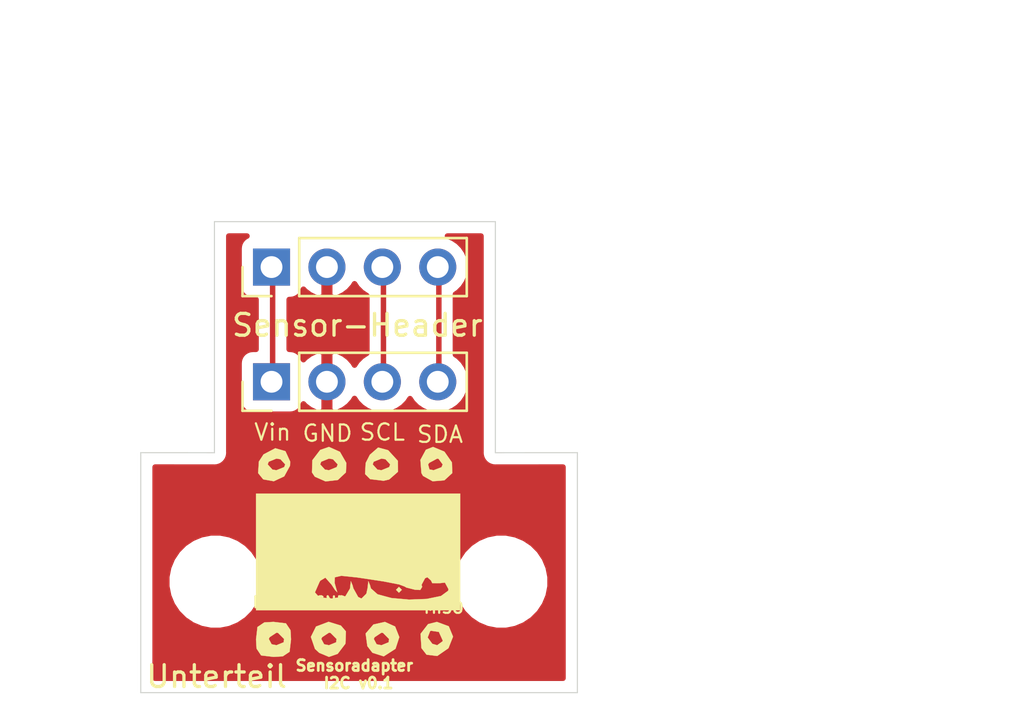
<source format=kicad_pcb>
(kicad_pcb (version 20171130) (host pcbnew "(5.1.8)-1")

  (general
    (thickness 1.6)
    (drawings 18)
    (tracks 6)
    (zones 0)
    (modules 5)
    (nets 5)
  )

  (page A4)
  (layers
    (0 F.Cu signal)
    (31 B.Cu signal)
    (32 B.Adhes user)
    (33 F.Adhes user)
    (34 B.Paste user)
    (35 F.Paste user)
    (36 B.SilkS user)
    (37 F.SilkS user)
    (38 B.Mask user)
    (39 F.Mask user)
    (40 Dwgs.User user)
    (41 Cmts.User user)
    (42 Eco1.User user)
    (43 Eco2.User user hide)
    (44 Edge.Cuts user)
    (45 Margin user)
    (46 B.CrtYd user)
    (47 F.CrtYd user)
    (48 B.Fab user)
    (49 F.Fab user)
  )

  (setup
    (last_trace_width 0.25)
    (trace_clearance 0.2)
    (zone_clearance 0.508)
    (zone_45_only no)
    (trace_min 0.2)
    (via_size 0.8)
    (via_drill 0.4)
    (via_min_size 0.4)
    (via_min_drill 0.3)
    (uvia_size 0.3)
    (uvia_drill 0.1)
    (uvias_allowed no)
    (uvia_min_size 0.2)
    (uvia_min_drill 0.1)
    (edge_width 0.05)
    (segment_width 0.2)
    (pcb_text_width 0.3)
    (pcb_text_size 1.5 1.5)
    (mod_edge_width 0.12)
    (mod_text_size 1 1)
    (mod_text_width 0.15)
    (pad_size 3.2 3.2)
    (pad_drill 3.2)
    (pad_to_mask_clearance 0.051)
    (solder_mask_min_width 0.25)
    (aux_axis_origin 0 0)
    (visible_elements 7FFFFFFF)
    (pcbplotparams
      (layerselection 0x010fc_ffffffff)
      (usegerberextensions false)
      (usegerberattributes false)
      (usegerberadvancedattributes false)
      (creategerberjobfile false)
      (excludeedgelayer true)
      (linewidth 0.100000)
      (plotframeref false)
      (viasonmask false)
      (mode 1)
      (useauxorigin false)
      (hpglpennumber 1)
      (hpglpenspeed 20)
      (hpglpendiameter 15.000000)
      (psnegative false)
      (psa4output false)
      (plotreference true)
      (plotvalue true)
      (plotinvisibletext false)
      (padsonsilk false)
      (subtractmaskfromsilk false)
      (outputformat 1)
      (mirror false)
      (drillshape 0)
      (scaleselection 1)
      (outputdirectory "Gerber_u/"))
  )

  (net 0 "")
  (net 1 GND)
  (net 2 Vin)
  (net 3 SDA)
  (net 4 SCL)

  (net_class Default "Dies ist die voreingestellte Netzklasse."
    (clearance 0.2)
    (trace_width 0.25)
    (via_dia 0.8)
    (via_drill 0.4)
    (uvia_dia 0.3)
    (uvia_drill 0.1)
    (add_net GND)
    (add_net SCL)
    (add_net SDA)
    (add_net Vin)
  )

  (module "Logo Attno.de:Logo_druck" (layer F.Cu) (tedit 0) (tstamp 5FB546B9)
    (at 70.0786 81.6356)
    (fp_text reference G*** (at 0 0) (layer F.SilkS) hide
      (effects (font (size 1.524 1.524) (thickness 0.3)))
    )
    (fp_text value LOGO (at 0.75 0) (layer F.SilkS) hide
      (effects (font (size 1.524 1.524) (thickness 0.3)))
    )
    (fp_poly (pts (xy -3.175028 3.274671) (xy -2.965626 3.587178) (xy -2.941053 4.010526) (xy -3.007304 4.578657)
      (xy -3.319811 4.788059) (xy -3.743158 4.812632) (xy -4.311289 4.746381) (xy -4.520691 4.433874)
      (xy -4.545264 4.010526) (xy -4.542926 3.990474) (xy -3.959281 3.990474) (xy -3.830217 4.234271)
      (xy -3.609474 4.277895) (xy -3.276715 4.142232) (xy -3.259667 3.990474) (xy -3.535693 3.714239)
      (xy -3.609474 3.703053) (xy -3.922973 3.911204) (xy -3.959281 3.990474) (xy -4.542926 3.990474)
      (xy -4.479013 3.442395) (xy -4.166506 3.232994) (xy -3.743158 3.208421) (xy -3.175028 3.274671)) (layer F.SilkS) (width 0.01))
    (fp_poly (pts (xy -0.654718 3.377959) (xy -0.425046 3.643362) (xy -0.445336 4.206313) (xy -0.802298 4.673505)
      (xy -1.203158 4.812632) (xy -1.650245 4.625796) (xy -1.843455 4.445467) (xy -1.999823 3.990474)
      (xy -1.552965 3.990474) (xy -1.423901 4.234271) (xy -1.203158 4.277895) (xy -0.870399 4.142232)
      (xy -0.853351 3.990474) (xy -1.129378 3.714239) (xy -1.203158 3.703053) (xy -1.516657 3.911204)
      (xy -1.552965 3.990474) (xy -1.999823 3.990474) (xy -2.031887 3.897179) (xy -1.795855 3.42208)
      (xy -1.233012 3.208837) (xy -1.203158 3.208421) (xy -0.654718 3.377959)) (layer F.SilkS) (width 0.01))
    (fp_poly (pts (xy 1.830489 3.420844) (xy 2.023085 3.906185) (xy 1.850749 4.436547) (xy 1.843454 4.445467)
      (xy 1.308609 4.788602) (xy 0.789363 4.623462) (xy 0.556657 4.318854) (xy 0.512481 3.990474)
      (xy 0.85335 3.990474) (xy 0.982414 4.234271) (xy 1.203157 4.277895) (xy 1.535916 4.142232)
      (xy 1.552964 3.990474) (xy 1.276938 3.714239) (xy 1.203157 3.703053) (xy 0.889659 3.911204)
      (xy 0.85335 3.990474) (xy 0.512481 3.990474) (xy 0.479001 3.74161) (xy 0.834794 3.328056)
      (xy 1.36171 3.208421) (xy 1.830489 3.420844)) (layer F.SilkS) (width 0.01))
    (fp_poly (pts (xy 4.289104 3.40888) (xy 4.485854 3.883973) (xy 4.275068 4.414984) (xy 3.760298 4.770967)
      (xy 3.272011 4.712338) (xy 3.03774 4.411579) (xy 3.005955 3.923658) (xy 3.321753 3.923658)
      (xy 3.535729 4.214069) (xy 3.758937 4.277895) (xy 4.005698 4.098505) (xy 4.010526 4.055088)
      (xy 3.836112 3.667614) (xy 3.47406 3.613807) (xy 3.434135 3.635217) (xy 3.321753 3.923658)
      (xy 3.005955 3.923658) (xy 2.995131 3.757507) (xy 3.340792 3.309889) (xy 3.743157 3.208421)
      (xy 4.289104 3.40888)) (layer F.SilkS) (width 0.01))
    (fp_poly (pts (xy 4.812631 2.673684) (xy -4.545264 2.673684) (xy -4.545264 1.85671) (xy -1.84514 1.85671)
      (xy -1.640977 2.086836) (xy -1.069474 2.138947) (xy -0.449193 2.032284) (xy -0.236914 1.678869)
      (xy -0.236354 1.671053) (xy -0.199008 1.341536) (xy -0.120086 1.531401) (xy -0.083065 1.671053)
      (xy 0.137174 2.067551) (xy 0.286972 2.138947) (xy 0.512231 1.91694) (xy 0.565751 1.671053)
      (xy 0.603097 1.341536) (xy 0.682019 1.531401) (xy 0.71904 1.671053) (xy 1.023883 1.942669)
      (xy 1.661629 2.1152) (xy 2.468428 2.186887) (xy 3.280431 2.155969) (xy 3.933785 2.020685)
      (xy 4.264641 1.779275) (xy 4.277894 1.709289) (xy 4.113499 1.405706) (xy 3.876842 1.43353)
      (xy 3.532945 1.431665) (xy 3.475789 1.312671) (xy 3.31091 1.162077) (xy 3.204059 1.205853)
      (xy 3.040408 1.51151) (xy 3.071649 1.599214) (xy 2.983308 1.745726) (xy 2.741799 1.73488)
      (xy 2.344973 1.633411) (xy 2.272631 1.590545) (xy 2.017938 1.492766) (xy 1.298922 1.353099)
      (xy 0.183184 1.184476) (xy 0.064366 1.16815) (xy -0.638136 1.095906) (xy -0.934809 1.164674)
      (xy -0.945218 1.415944) (xy -0.918078 1.509049) (xy -0.821817 1.851758) (xy -0.926927 1.742986)
      (xy -1.080524 1.50529) (xy -1.365887 1.180679) (xy -1.595147 1.317081) (xy -1.631354 1.371606)
      (xy -1.84514 1.85671) (xy -4.545264 1.85671) (xy -4.545264 -2.673684) (xy 4.812631 -2.673684)
      (xy 4.812631 2.673684)) (layer F.SilkS) (width 0.01))
    (fp_poly (pts (xy -3.196971 -4.616923) (xy -2.979926 -4.140395) (xy -2.989143 -3.94488) (xy -3.252289 -3.462408)
      (xy -3.731266 -3.239198) (xy -4.214277 -3.323615) (xy -4.449336 -3.611454) (xy -4.423182 -4.010526)
      (xy -4.010527 -4.010526) (xy -3.79397 -3.773323) (xy -3.609474 -3.743158) (xy -3.253669 -3.887529)
      (xy -3.208422 -4.010526) (xy -3.424979 -4.24773) (xy -3.609474 -4.277895) (xy -3.96528 -4.133524)
      (xy -4.010527 -4.010526) (xy -4.423182 -4.010526) (xy -4.414565 -4.142002) (xy -4.201504 -4.468872)
      (xy -3.662664 -4.7517) (xy -3.196971 -4.616923)) (layer F.SilkS) (width 0.01))
    (fp_poly (pts (xy -0.698937 -4.587399) (xy -0.404882 -4.076307) (xy -0.425046 -3.643362) (xy -0.795864 -3.295983)
      (xy -1.358492 -3.230802) (xy -1.850527 -3.44782) (xy -1.981271 -3.643362) (xy -1.968038 -4.010526)
      (xy -1.604211 -4.010526) (xy -1.387654 -3.773323) (xy -1.203158 -3.743158) (xy -0.847353 -3.887529)
      (xy -0.802106 -4.010526) (xy -1.018663 -4.24773) (xy -1.203158 -4.277895) (xy -1.558964 -4.133524)
      (xy -1.604211 -4.010526) (xy -1.968038 -4.010526) (xy -1.960981 -4.206313) (xy -1.604019 -4.673505)
      (xy -1.203158 -4.812632) (xy -0.698937 -4.587399)) (layer F.SilkS) (width 0.01))
    (fp_poly (pts (xy 1.497215 -4.664621) (xy 1.521708 -4.649808) (xy 1.958071 -4.173721) (xy 1.961382 -3.672715)
      (xy 1.558773 -3.320009) (xy 1.304155 -3.2608) (xy 0.68795 -3.334446) (xy 0.453572 -3.569022)
      (xy 0.476776 -4.010526) (xy 0.802105 -4.010526) (xy 1.018662 -3.773323) (xy 1.203157 -3.743158)
      (xy 1.558963 -3.887529) (xy 1.60421 -4.010526) (xy 1.387653 -4.24773) (xy 1.203157 -4.277895)
      (xy 0.847352 -4.133524) (xy 0.802105 -4.010526) (xy 0.476776 -4.010526) (xy 0.480169 -4.075083)
      (xy 0.671125 -4.452433) (xy 1.053407 -4.785038) (xy 1.497215 -4.664621)) (layer F.SilkS) (width 0.01))
    (fp_poly (pts (xy 4.089816 -4.595979) (xy 4.434735 -4.1028) (xy 4.449882 -3.612879) (xy 4.088167 -3.2809)
      (xy 3.55026 -3.237404) (xy 3.109036 -3.48305) (xy 3.03774 -3.609474) (xy 3.005379 -4.010526)
      (xy 3.342105 -4.010526) (xy 3.402717 -3.781632) (xy 3.593694 -3.743158) (xy 3.959511 -3.882751)
      (xy 4.010526 -4.010526) (xy 3.818628 -4.270242) (xy 3.758937 -4.277895) (xy 3.39683 -4.083545)
      (xy 3.342105 -4.010526) (xy 3.005379 -4.010526) (xy 2.988838 -4.215517) (xy 3.2409 -4.683255)
      (xy 3.568344 -4.812632) (xy 4.089816 -4.595979)) (layer F.SilkS) (width 0.01))
    (fp_poly (pts (xy 2.138947 1.737895) (xy 2.005263 1.871579) (xy 1.871578 1.737895) (xy 2.005263 1.60421)
      (xy 2.138947 1.737895)) (layer F.SilkS) (width 0.01))
  )

  (module MountingHole:MountingHole_3.2mm_M3_DIN965 (layer F.Cu) (tedit 56D1B4CB) (tstamp 5FB545CE)
    (at 76.776 83)
    (descr "Mounting Hole 3.2mm, no annular, M3, DIN965")
    (tags "mounting hole 3.2mm no annular m3 din965")
    (attr virtual)
    (fp_text reference REF** (at 0 -3.8) (layer F.SilkS) hide
      (effects (font (size 1 1) (thickness 0.15)))
    )
    (fp_text value MountingHole_3.2mm_M3_DIN965 (at 1.9132 9.8878) (layer F.Fab) hide
      (effects (font (size 1 1) (thickness 0.15)))
    )
    (fp_text user %R (at 0.3 0) (layer F.Fab)
      (effects (font (size 1 1) (thickness 0.15)))
    )
    (fp_circle (center 0 0) (end 2.8 0) (layer Cmts.User) (width 0.15))
    (fp_circle (center 0 0) (end 3.05 0) (layer F.CrtYd) (width 0.05))
    (pad 1 np_thru_hole circle (at 0 0) (size 3.2 3.2) (drill 3.2) (layers *.Cu *.Mask))
  )

  (module MountingHole:MountingHole_3.2mm_M3_DIN965 (layer F.Cu) (tedit 56D1B4CB) (tstamp 5FB54561)
    (at 63.6778 83)
    (descr "Mounting Hole 3.2mm, no annular, M3, DIN965")
    (tags "mounting hole 3.2mm no annular m3 din965")
    (attr virtual)
    (fp_text reference REF** (at 0 -3.8) (layer F.SilkS) hide
      (effects (font (size 1 1) (thickness 0.15)))
    )
    (fp_text value MountingHole_3.2mm_M3_DIN965 (at -1.778 11.7674) (layer F.Fab) hide
      (effects (font (size 1 1) (thickness 0.15)))
    )
    (fp_text user %R (at 0.3 0) (layer F.Fab)
      (effects (font (size 1 1) (thickness 0.15)))
    )
    (fp_circle (center 0 0) (end 2.8 0) (layer Cmts.User) (width 0.15))
    (fp_circle (center 0 0) (end 3.05 0) (layer F.CrtYd) (width 0.05))
    (pad 1 np_thru_hole circle (at 0 0) (size 3.2 3.2) (drill 3.2) (layers *.Cu *.Mask))
  )

  (module Connector_PinHeader_2.54mm:PinHeader_1x04_P2.54mm_Vertical (layer F.Cu) (tedit 59FED5CC) (tstamp 5FB4E52C)
    (at 66.2432 73.8378 90)
    (descr "Through hole straight pin header, 1x04, 2.54mm pitch, single row")
    (tags "Through hole pin header THT 1x04 2.54mm single row")
    (path /5FB4ED2F)
    (fp_text reference CON-Header1 (at 4.7244 24.2824 90) (layer F.SilkS) hide
      (effects (font (size 1 1) (thickness 0.15)))
    )
    (fp_text value Conn_01x04_Male (at 4.6228 25.4 90) (layer F.Fab)
      (effects (font (size 1 1) (thickness 0.15)))
    )
    (fp_text user %R (at -5.9436 28.9306) (layer F.Fab)
      (effects (font (size 1 1) (thickness 0.15)))
    )
    (fp_line (start -0.635 -1.27) (end 1.27 -1.27) (layer F.Fab) (width 0.1))
    (fp_line (start 1.27 -1.27) (end 1.27 8.89) (layer F.Fab) (width 0.1))
    (fp_line (start 1.27 8.89) (end -1.27 8.89) (layer F.Fab) (width 0.1))
    (fp_line (start -1.27 8.89) (end -1.27 -0.635) (layer F.Fab) (width 0.1))
    (fp_line (start -1.27 -0.635) (end -0.635 -1.27) (layer F.Fab) (width 0.1))
    (fp_line (start -1.33 8.95) (end 1.33 8.95) (layer F.SilkS) (width 0.12))
    (fp_line (start -1.33 1.27) (end -1.33 8.95) (layer F.SilkS) (width 0.12))
    (fp_line (start 1.33 1.27) (end 1.33 8.95) (layer F.SilkS) (width 0.12))
    (fp_line (start -1.33 1.27) (end 1.33 1.27) (layer F.SilkS) (width 0.12))
    (fp_line (start -1.33 0) (end -1.33 -1.33) (layer F.SilkS) (width 0.12))
    (fp_line (start -1.33 -1.33) (end 0 -1.33) (layer F.SilkS) (width 0.12))
    (fp_line (start -1.8 -1.8) (end -1.8 9.4) (layer F.CrtYd) (width 0.05))
    (fp_line (start -1.8 9.4) (end 1.8 9.4) (layer F.CrtYd) (width 0.05))
    (fp_line (start 1.8 9.4) (end 1.8 -1.8) (layer F.CrtYd) (width 0.05))
    (fp_line (start 1.8 -1.8) (end -1.8 -1.8) (layer F.CrtYd) (width 0.05))
    (pad 4 thru_hole oval (at 0 7.62 90) (size 1.7 1.7) (drill 1) (layers *.Cu *.Mask)
      (net 3 SDA))
    (pad 3 thru_hole oval (at 0 5.08 90) (size 1.7 1.7) (drill 1) (layers *.Cu *.Mask)
      (net 4 SCL))
    (pad 2 thru_hole oval (at 0 2.54 90) (size 1.7 1.7) (drill 1) (layers *.Cu *.Mask)
      (net 1 GND))
    (pad 1 thru_hole rect (at 0 0 90) (size 1.7 1.7) (drill 1) (layers *.Cu *.Mask)
      (net 2 Vin))
  )

  (module Connector_PinHeader_2.54mm:PinHeader_1x04_P2.54mm_Vertical (layer F.Cu) (tedit 59FED5CC) (tstamp 5FB4E544)
    (at 66.2432 68.58 90)
    (descr "Through hole straight pin header, 1x04, 2.54mm pitch, single row")
    (tags "Through hole pin header THT 1x04 2.54mm single row")
    (path /5FB4E4E3)
    (fp_text reference Sensor-Header (at -2.667 3.937 180) (layer F.SilkS)
      (effects (font (size 1 1) (thickness 0.15)))
    )
    (fp_text value Conn_01x04_Male (at -1.4732 27.686 90) (layer F.Fab)
      (effects (font (size 1 1) (thickness 0.15)))
    )
    (fp_line (start 1.8 -1.8) (end -1.8 -1.8) (layer F.CrtYd) (width 0.05))
    (fp_line (start 1.8 9.4) (end 1.8 -1.8) (layer F.CrtYd) (width 0.05))
    (fp_line (start -1.8 9.4) (end 1.8 9.4) (layer F.CrtYd) (width 0.05))
    (fp_line (start -1.8 -1.8) (end -1.8 9.4) (layer F.CrtYd) (width 0.05))
    (fp_line (start -1.33 -1.33) (end 0 -1.33) (layer F.SilkS) (width 0.12))
    (fp_line (start -1.33 0) (end -1.33 -1.33) (layer F.SilkS) (width 0.12))
    (fp_line (start -1.33 1.27) (end 1.33 1.27) (layer F.SilkS) (width 0.12))
    (fp_line (start 1.33 1.27) (end 1.33 8.95) (layer F.SilkS) (width 0.12))
    (fp_line (start -1.33 1.27) (end -1.33 8.95) (layer F.SilkS) (width 0.12))
    (fp_line (start -1.33 8.95) (end 1.33 8.95) (layer F.SilkS) (width 0.12))
    (fp_line (start -1.27 -0.635) (end -0.635 -1.27) (layer F.Fab) (width 0.1))
    (fp_line (start -1.27 8.89) (end -1.27 -0.635) (layer F.Fab) (width 0.1))
    (fp_line (start 1.27 8.89) (end -1.27 8.89) (layer F.Fab) (width 0.1))
    (fp_line (start 1.27 -1.27) (end 1.27 8.89) (layer F.Fab) (width 0.1))
    (fp_line (start -0.635 -1.27) (end 1.27 -1.27) (layer F.Fab) (width 0.1))
    (fp_text user %R (at -9.7028 28.6512) (layer F.Fab)
      (effects (font (size 1 1) (thickness 0.15)))
    )
    (pad 1 thru_hole rect (at 0 0 90) (size 1.7 1.7) (drill 1) (layers *.Cu *.Mask)
      (net 2 Vin))
    (pad 2 thru_hole oval (at 0 2.54 90) (size 1.7 1.7) (drill 1) (layers *.Cu *.Mask)
      (net 1 GND))
    (pad 3 thru_hole oval (at 0 5.08 90) (size 1.7 1.7) (drill 1) (layers *.Cu *.Mask)
      (net 4 SCL))
    (pad 4 thru_hole oval (at 0 7.62 90) (size 1.7 1.7) (drill 1) (layers *.Cu *.Mask)
      (net 3 SDA))
  )

  (gr_text SDA (at 73.9648 76.2508) (layer F.SilkS) (tstamp 5FB54C00)
    (effects (font (size 0.75 0.75) (thickness 0.1)))
  )
  (gr_text SCL (at 71.3232 76.1492) (layer F.SilkS) (tstamp 5FB54BFC)
    (effects (font (size 0.75 0.75) (thickness 0.1)))
  )
  (gr_text GND (at 68.8086 76.2) (layer F.SilkS)
    (effects (font (size 0.75 0.75) (thickness 0.1)))
  )
  (gr_text Vin (at 66.294 76.1492) (layer F.SilkS)
    (effects (font (size 0.75 0.75) (thickness 0.1)))
  )
  (gr_line (start 76.5048 77.089) (end 76.5048 66.4972) (layer Edge.Cuts) (width 0.05) (tstamp 5FB549E2))
  (gr_text GND (at 68.961 83.947) (layer F.SilkS) (tstamp 5FB16EDB)
    (effects (font (size 0.5 0.5) (thickness 0.1)))
  )
  (gr_text MOSI (at 66.294 83.947) (layer F.SilkS) (tstamp 5FB16EB5)
    (effects (font (size 0.5 0.5) (thickness 0.1)))
  )
  (gr_text Vin (at 63.9064 83.947) (layer F.SilkS) (tstamp 5FB21B18)
    (effects (font (size 0.5 0.5) (thickness 0.1)))
  )
  (gr_text MISO (at 74.1426 84.201) (layer F.SilkS) (tstamp 5FB21AF8)
    (effects (font (size 0.5 0.5) (thickness 0.1)))
  )
  (gr_text "Sensoradapter \nI2C v0.1" (at 70.231 87.249) (layer F.SilkS)
    (effects (font (size 0.5 0.5) (thickness 0.125)))
  )
  (gr_text Unterteil (at 63.7286 87.3506) (layer F.SilkS)
    (effects (font (size 1 1) (thickness 0.15)))
  )
  (gr_line (start 60.2488 77.0872) (end 63.627 77.089) (layer Edge.Cuts) (width 0.05))
  (gr_line (start 80.264 77.0872) (end 76.5048 77.089) (layer Edge.Cuts) (width 0.05))
  (gr_line (start 63.627 77.089) (end 63.627 66.4972) (layer Edge.Cuts) (width 0.05) (tstamp 5FB1788D))
  (gr_line (start 63.627 66.4972) (end 76.5048 66.4972) (layer Edge.Cuts) (width 0.05))
  (gr_line (start 60.2488 77.0872) (end 60.2488 88.0872) (layer Edge.Cuts) (width 0.05))
  (gr_line (start 80.264 88.0872) (end 80.264 77.0872) (layer Edge.Cuts) (width 0.05))
  (gr_line (start 60.2488 88.0872) (end 80.264 88.0872) (layer Edge.Cuts) (width 0.05))

  (segment (start 66.294 68.6308) (end 66.2432 68.58) (width 0.25) (layer F.Cu) (net 2))
  (segment (start 66.294 74.422) (end 66.294 68.6308) (width 0.25) (layer F.Cu) (net 2))
  (segment (start 73.914 68.6308) (end 73.8632 68.58) (width 0.25) (layer F.Cu) (net 3))
  (segment (start 73.914 74.422) (end 73.914 68.6308) (width 0.25) (layer F.Cu) (net 3))
  (segment (start 71.374 68.6308) (end 71.3232 68.58) (width 0.25) (layer F.Cu) (net 4))
  (segment (start 71.374 74.422) (end 71.374 68.6308) (width 0.25) (layer F.Cu) (net 4))

  (zone (net 1) (net_name GND) (layer F.Cu) (tstamp 0) (hatch edge 0.508)
    (connect_pads (clearance 0.508))
    (min_thickness 0.254)
    (fill yes (arc_segments 32) (thermal_gap 0.508) (thermal_bridge_width 0.508))
    (polygon
      (pts
        (xy 86.0298 88.8746) (xy 55.8038 88.646) (xy 53.7972 57.3024) (xy 85.725 56.3372)
      )
    )
    (filled_polygon
      (pts
        (xy 65.038706 67.199463) (xy 64.942015 67.278815) (xy 64.862663 67.375506) (xy 64.803698 67.48582) (xy 64.767388 67.605518)
        (xy 64.755128 67.73) (xy 64.755128 69.43) (xy 64.767388 69.554482) (xy 64.803698 69.67418) (xy 64.862663 69.784494)
        (xy 64.942015 69.881185) (xy 65.038706 69.960537) (xy 65.14902 70.019502) (xy 65.268718 70.055812) (xy 65.3932 70.068072)
        (xy 65.534001 70.068072) (xy 65.534 72.349728) (xy 65.3932 72.349728) (xy 65.268718 72.361988) (xy 65.14902 72.398298)
        (xy 65.038706 72.457263) (xy 64.942015 72.536615) (xy 64.862663 72.633306) (xy 64.803698 72.74362) (xy 64.767388 72.863318)
        (xy 64.755128 72.9878) (xy 64.755128 74.6878) (xy 64.767388 74.812282) (xy 64.803698 74.93198) (xy 64.862663 75.042294)
        (xy 64.942015 75.138985) (xy 65.038706 75.218337) (xy 65.14902 75.277302) (xy 65.268718 75.313612) (xy 65.3932 75.325872)
        (xy 67.0932 75.325872) (xy 67.217682 75.313612) (xy 67.33738 75.277302) (xy 67.447694 75.218337) (xy 67.544385 75.138985)
        (xy 67.623737 75.042294) (xy 67.682702 74.93198) (xy 67.707166 74.851334) (xy 67.782931 74.935388) (xy 68.01628 75.109441)
        (xy 68.279101 75.234625) (xy 68.42631 75.279276) (xy 68.6562 75.157955) (xy 68.6562 73.9648) (xy 68.6362 73.9648)
        (xy 68.6362 73.7108) (xy 68.6562 73.7108) (xy 68.6562 72.517645) (xy 68.42631 72.396324) (xy 68.279101 72.440975)
        (xy 68.01628 72.566159) (xy 67.782931 72.740212) (xy 67.707166 72.824266) (xy 67.682702 72.74362) (xy 67.623737 72.633306)
        (xy 67.544385 72.536615) (xy 67.447694 72.457263) (xy 67.33738 72.398298) (xy 67.217682 72.361988) (xy 67.0932 72.349728)
        (xy 67.054 72.349728) (xy 67.054 70.068072) (xy 67.0932 70.068072) (xy 67.217682 70.055812) (xy 67.33738 70.019502)
        (xy 67.447694 69.960537) (xy 67.544385 69.881185) (xy 67.623737 69.784494) (xy 67.682702 69.67418) (xy 67.707166 69.593534)
        (xy 67.782931 69.677588) (xy 68.01628 69.851641) (xy 68.279101 69.976825) (xy 68.42631 70.021476) (xy 68.6562 69.900155)
        (xy 68.6562 68.707) (xy 68.6362 68.707) (xy 68.6362 68.453) (xy 68.6562 68.453) (xy 68.6562 68.433)
        (xy 68.9102 68.433) (xy 68.9102 68.453) (xy 68.9302 68.453) (xy 68.9302 68.707) (xy 68.9102 68.707)
        (xy 68.9102 69.900155) (xy 69.14009 70.021476) (xy 69.287299 69.976825) (xy 69.55012 69.851641) (xy 69.783469 69.677588)
        (xy 69.978378 69.461355) (xy 70.048005 69.344466) (xy 70.169725 69.526632) (xy 70.376568 69.733475) (xy 70.614001 69.892122)
        (xy 70.614 72.525678) (xy 70.376568 72.684325) (xy 70.169725 72.891168) (xy 70.048005 73.073334) (xy 69.978378 72.956445)
        (xy 69.783469 72.740212) (xy 69.55012 72.566159) (xy 69.287299 72.440975) (xy 69.14009 72.396324) (xy 68.9102 72.517645)
        (xy 68.9102 73.7108) (xy 68.9302 73.7108) (xy 68.9302 73.9648) (xy 68.9102 73.9648) (xy 68.9102 75.157955)
        (xy 69.14009 75.279276) (xy 69.287299 75.234625) (xy 69.55012 75.109441) (xy 69.783469 74.935388) (xy 69.978378 74.719155)
        (xy 70.048005 74.602266) (xy 70.169725 74.784432) (xy 70.376568 74.991275) (xy 70.619789 75.15379) (xy 70.890042 75.265732)
        (xy 71.17694 75.3228) (xy 71.46946 75.3228) (xy 71.756358 75.265732) (xy 72.026611 75.15379) (xy 72.269832 74.991275)
        (xy 72.476675 74.784432) (xy 72.5932 74.61004) (xy 72.709725 74.784432) (xy 72.916568 74.991275) (xy 73.159789 75.15379)
        (xy 73.430042 75.265732) (xy 73.71694 75.3228) (xy 74.00946 75.3228) (xy 74.296358 75.265732) (xy 74.566611 75.15379)
        (xy 74.809832 74.991275) (xy 75.016675 74.784432) (xy 75.17919 74.541211) (xy 75.291132 74.270958) (xy 75.3482 73.98406)
        (xy 75.3482 73.69154) (xy 75.291132 73.404642) (xy 75.17919 73.134389) (xy 75.016675 72.891168) (xy 74.809832 72.684325)
        (xy 74.674 72.593565) (xy 74.674 69.824235) (xy 74.809832 69.733475) (xy 75.016675 69.526632) (xy 75.17919 69.283411)
        (xy 75.291132 69.013158) (xy 75.3482 68.72626) (xy 75.3482 68.43374) (xy 75.291132 68.146842) (xy 75.17919 67.876589)
        (xy 75.016675 67.633368) (xy 74.809832 67.426525) (xy 74.566611 67.26401) (xy 74.308748 67.1572) (xy 75.844801 67.1572)
        (xy 75.8448 77.056748) (xy 75.841608 77.089317) (xy 75.847816 77.152039) (xy 75.85435 77.218382) (xy 75.854398 77.218539)
        (xy 75.854413 77.218694) (xy 75.87297 77.279762) (xy 75.89209 77.342792) (xy 75.892166 77.342934) (xy 75.892212 77.343086)
        (xy 75.92256 77.399798) (xy 75.953375 77.457449) (xy 75.953478 77.457574) (xy 75.953552 77.457713) (xy 75.994043 77.507004)
        (xy 76.035852 77.557948) (xy 76.035978 77.558051) (xy 76.036077 77.558172) (xy 76.085018 77.598298) (xy 76.13635 77.640425)
        (xy 76.136495 77.640502) (xy 76.136615 77.640601) (xy 76.192502 77.670439) (xy 76.251007 77.70171) (xy 76.251163 77.701757)
        (xy 76.251301 77.701831) (xy 76.311775 77.720144) (xy 76.375417 77.73945) (xy 76.375581 77.739466) (xy 76.375729 77.739511)
        (xy 76.438817 77.745694) (xy 76.5048 77.752193) (xy 76.537381 77.748984) (xy 79.604001 77.747516) (xy 79.604 87.4272)
        (xy 60.9088 87.4272) (xy 60.9088 82.779872) (xy 61.4428 82.779872) (xy 61.4428 83.220128) (xy 61.52869 83.651925)
        (xy 61.697169 84.058669) (xy 61.941762 84.424729) (xy 62.253071 84.736038) (xy 62.619131 84.980631) (xy 63.025875 85.14911)
        (xy 63.457672 85.235) (xy 63.897928 85.235) (xy 64.329725 85.14911) (xy 64.736469 84.980631) (xy 65.102529 84.736038)
        (xy 65.413838 84.424729) (xy 65.658431 84.058669) (xy 65.82691 83.651925) (xy 65.9128 83.220128) (xy 65.9128 82.779872)
        (xy 74.541 82.779872) (xy 74.541 83.220128) (xy 74.62689 83.651925) (xy 74.795369 84.058669) (xy 75.039962 84.424729)
        (xy 75.351271 84.736038) (xy 75.717331 84.980631) (xy 76.124075 85.14911) (xy 76.555872 85.235) (xy 76.996128 85.235)
        (xy 77.427925 85.14911) (xy 77.834669 84.980631) (xy 78.200729 84.736038) (xy 78.512038 84.424729) (xy 78.756631 84.058669)
        (xy 78.92511 83.651925) (xy 79.011 83.220128) (xy 79.011 82.779872) (xy 78.92511 82.348075) (xy 78.756631 81.941331)
        (xy 78.512038 81.575271) (xy 78.200729 81.263962) (xy 77.834669 81.019369) (xy 77.427925 80.85089) (xy 76.996128 80.765)
        (xy 76.555872 80.765) (xy 76.124075 80.85089) (xy 75.717331 81.019369) (xy 75.351271 81.263962) (xy 75.039962 81.575271)
        (xy 74.795369 81.941331) (xy 74.62689 82.348075) (xy 74.541 82.779872) (xy 65.9128 82.779872) (xy 65.82691 82.348075)
        (xy 65.658431 81.941331) (xy 65.413838 81.575271) (xy 65.102529 81.263962) (xy 64.736469 81.019369) (xy 64.329725 80.85089)
        (xy 63.897928 80.765) (xy 63.457672 80.765) (xy 63.025875 80.85089) (xy 62.619131 81.019369) (xy 62.253071 81.263962)
        (xy 61.941762 81.575271) (xy 61.697169 81.941331) (xy 61.52869 82.348075) (xy 61.4428 82.779872) (xy 60.9088 82.779872)
        (xy 60.9088 77.747551) (xy 63.594403 77.748983) (xy 63.627 77.752193) (xy 63.692475 77.745744) (xy 63.756035 77.739518)
        (xy 63.756201 77.739468) (xy 63.756382 77.73945) (xy 63.819231 77.720385) (xy 63.880466 77.701845) (xy 63.880623 77.701761)
        (xy 63.880792 77.70171) (xy 63.9381 77.671078) (xy 63.995155 77.640621) (xy 63.995291 77.640509) (xy 63.995449 77.640425)
        (xy 64.046717 77.59835) (xy 64.095697 77.558197) (xy 64.095805 77.558065) (xy 64.095948 77.557948) (xy 64.138423 77.506192)
        (xy 64.178228 77.457743) (xy 64.178309 77.457591) (xy 64.178425 77.45745) (xy 64.209736 77.398871) (xy 64.239574 77.343119)
        (xy 64.239624 77.342953) (xy 64.23971 77.342793) (xy 64.25904 77.279071) (xy 64.27738 77.218729) (xy 64.277397 77.218558)
        (xy 64.27745 77.218383) (xy 64.28398 77.152086) (xy 64.290192 77.089353) (xy 64.287 77.056766) (xy 64.287 67.1572)
        (xy 65.117773 67.1572)
      )
    )
  )
)

</source>
